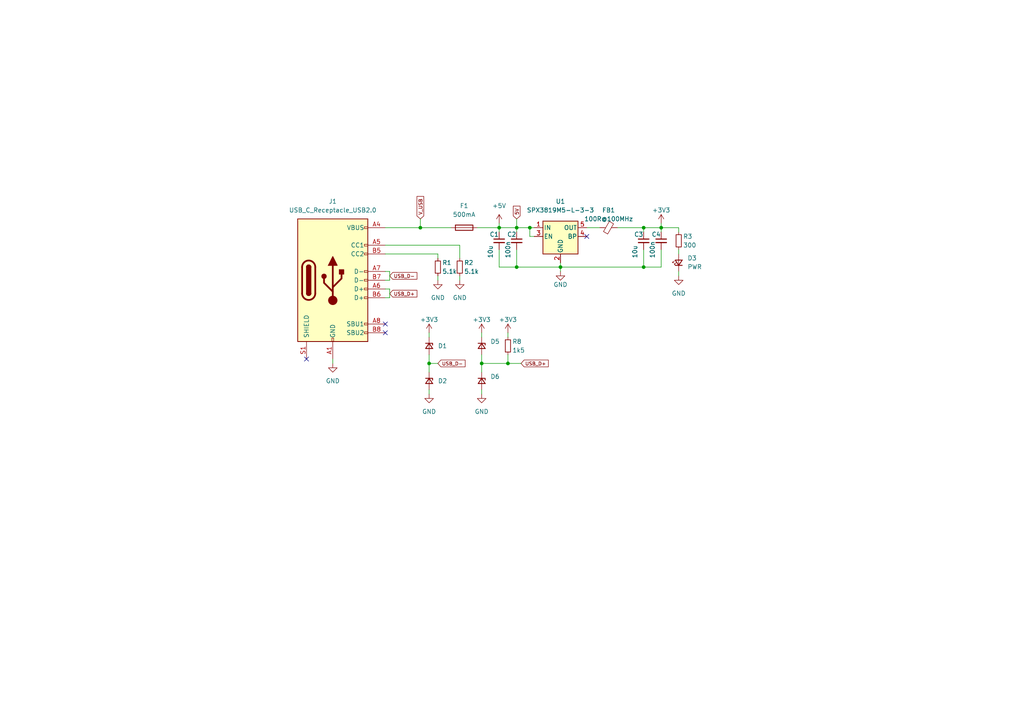
<source format=kicad_sch>
(kicad_sch (version 20211123) (generator eeschema)
  (paper "A4")
  (lib_symbols
    (symbol "Connector:USB_C_Receptacle_USB2.0" (pin_names (offset 1.016))
      (property "Reference" "J" (at -10.16 19.05 0))
      (property "Value" "USB_C_Receptacle_USB2.0" (at 19.05 19.05 0))
      (symbol "USB_C_Receptacle_USB2.0_0_0"
        (rectangle (start -0.254 -17.78) (end 0.254 -16.764))
        (rectangle (start 10.16 -14.986) (end 9.144 -15.494))
        (rectangle (start 10.16 -12.446) (end 9.144 -12.954))
        (rectangle (start 10.16 -4.826) (end 9.144 -5.334))
        (rectangle (start 10.16 -2.286) (end 9.144 -2.794))
        (rectangle (start 10.16 0.254) (end 9.144 -0.254))
        (rectangle (start 10.16 2.794) (end 9.144 2.286))
        (rectangle (start 10.16 7.874) (end 9.144 7.366))
        (rectangle (start 10.16 10.414) (end 9.144 9.906))
        (rectangle (start 10.16 15.494) (end 9.144 14.986))
      )
      (symbol "USB_C_Receptacle_USB2.0_0_1"
        (rectangle (start -10.16 17.78) (end 10.16 -17.78) (stroke (width 0.254)) (fill (type background)))
        (arc (start -8.89 -3.81) (mid -6.985 -5.715) (end -5.08 -3.81) (stroke (width 0.508)))
        (arc (start -7.62 -3.81) (mid -6.985 -4.445) (end -6.35 -3.81) (stroke (width 0.254)))
        (arc (start -7.62 -3.81) (mid -6.985 -4.445) (end -6.35 -3.81) (stroke (width 0.254)) (fill (type outline)))
        (rectangle (start -7.62 -3.81) (end -6.35 3.81) (stroke (width 0.254)) (fill (type outline)))
        (arc (start -6.35 3.81) (mid -6.985 4.445) (end -7.62 3.81) (stroke (width 0.254)))
        (arc (start -6.35 3.81) (mid -6.985 4.445) (end -7.62 3.81) (stroke (width 0.254)) (fill (type outline)))
        (arc (start -5.08 3.81) (mid -6.985 5.715) (end -8.89 3.81) (stroke (width 0.508)))
        (circle (center -2.54 1.143) (radius 0.635) (stroke (width 0.254)) (fill (type outline)))
        (circle (center 0 -5.842) (radius 1.27) (fill (type outline)))
        (polyline (pts (xy -8.89 -3.81) (xy -8.89 3.81)) (stroke (width 0.508)))
        (polyline (pts (xy -5.08 3.81) (xy -5.08 -3.81)) (stroke (width 0.508)))
        (polyline (pts (xy 0 -5.842) (xy 0 4.318)) (stroke (width 0.508)))
        (polyline (pts (xy 0 -3.302) (xy -2.54 -0.762) (xy -2.54 0.508)) (stroke (width 0.508)))
        (polyline (pts (xy 0 -2.032) (xy 2.54 0.508) (xy 2.54 1.778)) (stroke (width 0.508)))
        (polyline (pts (xy -1.27 4.318) (xy 0 6.858) (xy 1.27 4.318) (xy -1.27 4.318)) (stroke (width 0.254)) (fill (type outline)))
        (rectangle (start 1.905 1.778) (end 3.175 3.048) (stroke (width 0.254)) (fill (type outline)))
      )
      (symbol "USB_C_Receptacle_USB2.0_1_1"
        (pin passive line (at 0 -22.86 90) (length 5.08) (name "GND") (number "A1"))
        (pin passive line (at 0 -22.86 90) (length 5.08) hide (name "GND") (number "A12"))
        (pin passive line (at 15.24 15.24 180) (length 5.08) (name "VBUS") (number "A4"))
        (pin bidirectional line (at 15.24 10.16 180) (length 5.08) (name "CC1") (number "A5"))
        (pin bidirectional line (at 15.24 -2.54 180) (length 5.08) (name "D+") (number "A6"))
        (pin bidirectional line (at 15.24 2.54 180) (length 5.08) (name "D-") (number "A7"))
        (pin bidirectional line (at 15.24 -12.7 180) (length 5.08) (name "SBU1") (number "A8"))
        (pin passive line (at 15.24 15.24 180) (length 5.08) hide (name "VBUS") (number "A9"))
        (pin passive line (at 0 -22.86 90) (length 5.08) hide (name "GND") (number "B1"))
        (pin passive line (at 0 -22.86 90) (length 5.08) hide (name "GND") (number "B12"))
        (pin passive line (at 15.24 15.24 180) (length 5.08) hide (name "VBUS") (number "B4"))
        (pin bidirectional line (at 15.24 7.62 180) (length 5.08) (name "CC2") (number "B5"))
        (pin bidirectional line (at 15.24 -5.08 180) (length 5.08) (name "D+") (number "B6"))
        (pin bidirectional line (at 15.24 0 180) (length 5.08) (name "D-") (number "B7"))
        (pin bidirectional line (at 15.24 -15.24 180) (length 5.08) (name "SBU2") (number "B8"))
        (pin passive line (at 15.24 15.24 180) (length 5.08) hide (name "VBUS") (number "B9"))
        (pin passive line (at -7.62 -22.86 90) (length 5.08) (name "SHIELD") (number "S1"))
      )
    )
    (symbol "Device:C_Small" (pin_numbers hide) (pin_names (offset 0.254) hide)
      (property "Reference" "C" (at 0.254 1.778 0))
      (property "Value" "C_Small" (at 0.254 -2.032 0))
      (symbol "C_Small_0_1"
        (polyline (pts (xy -1.524 -0.508) (xy 1.524 -0.508)) (stroke (width 0.3302)))
        (polyline (pts (xy -1.524 0.508) (xy 1.524 0.508)) (stroke (width 0.3048)))
      )
      (symbol "C_Small_1_1"
        (pin passive line (at 0 2.54 270) (length 2.032) (name "~") (number "1"))
        (pin passive line (at 0 -2.54 90) (length 2.032) (name "~") (number "2"))
      )
    )
    (symbol "Device:D_Zener_Small" (pin_numbers hide) (pin_names (offset 0.254) hide)
      (property "Reference" "D" (at 0 2.286 0))
      (property "Value" "D_Zener_Small" (at 0 -2.286 0))
      (symbol "D_Zener_Small_0_1"
        (polyline (pts (xy 0.762 0) (xy -0.762 0)))
        (polyline (pts (xy -0.254 1.016) (xy -0.762 1.016) (xy -0.762 -1.016)) (stroke (width 0.254)))
        (polyline (pts (xy 0.762 1.016) (xy -0.762 0) (xy 0.762 -1.016) (xy 0.762 1.016)) (stroke (width 0.254)))
      )
      (symbol "D_Zener_Small_1_1"
        (pin passive line (at -2.54 0 0) (length 1.778) (name "K") (number "1"))
        (pin passive line (at 2.54 0 180) (length 1.778) (name "A") (number "2"))
      )
    )
    (symbol "Device:FerriteBead_Small" (pin_numbers hide) (pin_names (offset 0))
      (property "Reference" "FB" (at 1.905 1.27 0))
      (property "Value" "FerriteBead_Small" (at 1.905 -1.27 0))
      (symbol "FerriteBead_Small_0_1"
        (polyline (pts (xy 0 -1.27) (xy 0 -0.7874)))
        (polyline (pts (xy 0 0.889) (xy 0 1.2954)))
        (polyline (pts (xy -1.8288 0.2794) (xy -1.1176 1.4986) (xy 1.8288 -0.2032) (xy 1.1176 -1.4224) (xy -1.8288 0.2794)))
      )
      (symbol "FerriteBead_Small_1_1"
        (pin passive line (at 0 2.54 270) (length 1.27) (name "~") (number "1"))
        (pin passive line (at 0 -2.54 90) (length 1.27) (name "~") (number "2"))
      )
    )
    (symbol "Device:Fuse" (pin_numbers hide) (pin_names (offset 0))
      (property "Reference" "F" (at 2.032 0 90))
      (property "Value" "Fuse" (at -1.905 0 90))
      (symbol "Fuse_0_1"
        (rectangle (start -0.762 -2.54) (end 0.762 2.54) (stroke (width 0.254)))
        (polyline (pts (xy 0 2.54) (xy 0 -2.54)))
      )
      (symbol "Fuse_1_1"
        (pin passive line (at 0 3.81 270) (length 1.27) (name "~") (number "1"))
        (pin passive line (at 0 -3.81 90) (length 1.27) (name "~") (number "2"))
      )
    )
    (symbol "Device:LED_Small" (pin_numbers hide) (pin_names (offset 0.254) hide)
      (property "Reference" "D" (at -1.27 3.175 0))
      (property "Value" "LED_Small" (at -4.445 -2.54 0))
      (symbol "LED_Small_0_1"
        (polyline (pts (xy -0.762 -1.016) (xy -0.762 1.016)) (stroke (width 0.254)))
        (polyline (pts (xy 1.016 0) (xy -0.762 0)))
        (polyline (pts (xy 0.762 -1.016) (xy -0.762 0) (xy 0.762 1.016) (xy 0.762 -1.016)) (stroke (width 0.254)))
        (polyline (pts (xy 0 0.762) (xy -0.508 1.27) (xy -0.254 1.27) (xy -0.508 1.27) (xy -0.508 1.016)))
        (polyline (pts (xy 0.508 1.27) (xy 0 1.778) (xy 0.254 1.778) (xy 0 1.778) (xy 0 1.524)))
      )
      (symbol "LED_Small_1_1"
        (pin passive line (at -2.54 0 0) (length 1.778) (name "K") (number "1"))
        (pin passive line (at 2.54 0 180) (length 1.778) (name "A") (number "2"))
      )
    )
    (symbol "Device:R_Small" (pin_numbers hide) (pin_names (offset 0.254) hide)
      (property "Reference" "R" (at 0.762 0.508 0))
      (property "Value" "R_Small" (at 0.762 -1.016 0))
      (symbol "R_Small_0_1"
        (rectangle (start -0.762 1.778) (end 0.762 -1.778) (stroke (width 0.2032)))
      )
      (symbol "R_Small_1_1"
        (pin passive line (at 0 2.54 270) (length 0.762) (name "~") (number "1"))
        (pin passive line (at 0 -2.54 90) (length 0.762) (name "~") (number "2"))
      )
    )
    (symbol "Regulator_Linear:SPX3819M5-L-3-3" (pin_names (offset 0.254))
      (property "Reference" "U" (at -3.81 5.715 0))
      (property "Value" "SPX3819M5-L-3-3" (at 0 5.715 0))
      (symbol "SPX3819M5-L-3-3_0_1"
        (rectangle (start -5.08 4.445) (end 5.08 -5.08) (stroke (width 0.254)) (fill (type background)))
      )
      (symbol "SPX3819M5-L-3-3_1_1"
        (pin power_in line (at -7.62 2.54 0) (length 2.54) (name "IN") (number "1"))
        (pin power_in line (at 0 -7.62 90) (length 2.54) (name "GND") (number "2"))
        (pin input line (at -7.62 0 0) (length 2.54) (name "EN") (number "3"))
        (pin input line (at 7.62 0 180) (length 2.54) (name "BP") (number "4"))
        (pin power_out line (at 7.62 2.54 180) (length 2.54) (name "OUT") (number "5"))
      )
    )
    (symbol "power:+3.3V" (power) (pin_names (offset 0))
      (property "Value" "+3.3V" (at 0 3.556 0))
      (symbol "+3.3V_0_1"
        (polyline (pts (xy -0.762 1.27) (xy 0 2.54)))
        (polyline (pts (xy 0 0) (xy 0 2.54)))
        (polyline (pts (xy 0 2.54) (xy 0.762 1.27)))
      )
      (symbol "+3.3V_1_1"
        (pin power_in line (at 0 0 90) (length 0) hide (name "+3V3") (number "1"))
      )
    )
    (symbol "power:+5V" (power) (pin_names (offset 0))
      (property "Value" "+5V" (at 0 3.556 0))
      (symbol "+5V_0_1"
        (polyline (pts (xy -0.762 1.27) (xy 0 2.54)))
        (polyline (pts (xy 0 0) (xy 0 2.54)))
        (polyline (pts (xy 0 2.54) (xy 0.762 1.27)))
      )
      (symbol "+5V_1_1"
        (pin power_in line (at 0 0 90) (length 0) hide (name "+5V") (number "1"))
      )
    )
    (symbol "power:GND" (power) (pin_names (offset 0))
      (property "Value" "GND" (at 0 -3.81 0))
      (symbol "GND_0_1"
        (polyline (pts (xy 0 0) (xy 0 -1.27) (xy 1.27 -1.27) (xy 0 -2.54) (xy -1.27 -1.27) (xy 0 -1.27)))
      )
      (symbol "GND_1_1"
        (pin power_in line (at 0 0 270) (length 0) hide (name "GND") (number "1"))
      )
    )
  )
  (junction (at 191.77 66.04))
  (junction (at 186.69 77.47))
  (junction (at 121.92 66.04))
  (junction (at 149.86 77.47))
  (junction (at 162.56 77.47))
  (junction (at 139.7 105.41))
  (junction (at 144.78 66.04))
  (junction (at 124.46 105.41))
  (junction (at 153.67 66.04))
  (junction (at 149.86 66.04))
  (junction (at 186.69 66.04))
  (junction (at 147.32 105.41))
  (no_connect (at 170.18 68.58))
  (no_connect (at 111.76 93.98))
  (no_connect (at 88.9 104.14))
  (no_connect (at 111.76 96.52))
  (wire (pts (xy 113.03 78.74) (xy 113.03 81.28)))
  (wire (pts (xy 111.76 81.28) (xy 113.03 81.28)))
  (wire (pts (xy 149.86 72.39) (xy 149.86 77.47)))
  (wire (pts (xy 133.35 71.12) (xy 133.35 74.93)))
  (wire (pts (xy 196.85 66.04) (xy 196.85 67.31)))
  (wire (pts (xy 133.35 80.01) (xy 133.35 81.28)))
  (wire (pts (xy 139.7 102.87) (xy 139.7 105.41)))
  (wire (pts (xy 196.85 78.74) (xy 196.85 80.01)))
  (wire (pts (xy 153.67 68.58) (xy 153.67 66.04)))
  (wire (pts (xy 153.67 66.04) (xy 154.94 66.04)))
  (wire (pts (xy 124.46 113.03) (xy 124.46 114.3)))
  (wire (pts (xy 196.85 72.39) (xy 196.85 73.66)))
  (wire (pts (xy 162.56 77.47) (xy 162.56 78.74)))
  (wire (pts (xy 154.94 68.58) (xy 153.67 68.58)))
  (wire (pts (xy 124.46 102.87) (xy 124.46 105.41)))
  (wire (pts (xy 151.13 105.41) (xy 147.32 105.41)))
  (wire (pts (xy 121.92 63.5) (xy 121.92 66.04)))
  (wire (pts (xy 170.18 66.04) (xy 173.99 66.04)))
  (wire (pts (xy 186.69 67.31) (xy 186.69 66.04)))
  (wire (pts (xy 111.76 66.04) (xy 121.92 66.04)))
  (wire (pts (xy 144.78 64.77) (xy 144.78 66.04)))
  (wire (pts (xy 124.46 105.41) (xy 127 105.41)))
  (wire (pts (xy 113.03 83.82) (xy 113.03 86.36)))
  (wire (pts (xy 111.76 71.12) (xy 133.35 71.12)))
  (wire (pts (xy 149.86 77.47) (xy 144.78 77.47)))
  (wire (pts (xy 149.86 63.5) (xy 149.86 66.04)))
  (wire (pts (xy 96.52 104.14) (xy 96.52 105.41)))
  (wire (pts (xy 149.86 66.04) (xy 149.86 67.31)))
  (wire (pts (xy 111.76 73.66) (xy 127 73.66)))
  (wire (pts (xy 191.77 64.77) (xy 191.77 66.04)))
  (wire (pts (xy 162.56 76.2) (xy 162.56 77.47)))
  (wire (pts (xy 191.77 66.04) (xy 196.85 66.04)))
  (wire (pts (xy 139.7 105.41) (xy 139.7 107.95)))
  (wire (pts (xy 191.77 77.47) (xy 186.69 77.47)))
  (wire (pts (xy 111.76 83.82) (xy 113.03 83.82)))
  (wire (pts (xy 144.78 77.47) (xy 144.78 72.39)))
  (wire (pts (xy 139.7 105.41) (xy 147.32 105.41)))
  (wire (pts (xy 147.32 96.52) (xy 147.32 97.79)))
  (wire (pts (xy 111.76 78.74) (xy 113.03 78.74)))
  (wire (pts (xy 149.86 66.04) (xy 153.67 66.04)))
  (wire (pts (xy 124.46 96.52) (xy 124.46 97.79)))
  (wire (pts (xy 127 73.66) (xy 127 74.93)))
  (wire (pts (xy 139.7 113.03) (xy 139.7 114.3)))
  (wire (pts (xy 179.07 66.04) (xy 186.69 66.04)))
  (wire (pts (xy 191.77 66.04) (xy 186.69 66.04)))
  (wire (pts (xy 144.78 67.31) (xy 144.78 66.04)))
  (wire (pts (xy 127 80.01) (xy 127 81.28)))
  (wire (pts (xy 186.69 72.39) (xy 186.69 77.47)))
  (wire (pts (xy 147.32 102.87) (xy 147.32 105.41)))
  (wire (pts (xy 144.78 66.04) (xy 149.86 66.04)))
  (wire (pts (xy 191.77 72.39) (xy 191.77 77.47)))
  (wire (pts (xy 138.43 66.04) (xy 144.78 66.04)))
  (wire (pts (xy 162.56 77.47) (xy 186.69 77.47)))
  (wire (pts (xy 111.76 86.36) (xy 113.03 86.36)))
  (wire (pts (xy 149.86 77.47) (xy 162.56 77.47)))
  (wire (pts (xy 121.92 66.04) (xy 130.81 66.04)))
  (wire (pts (xy 124.46 105.41) (xy 124.46 107.95)))
  (wire (pts (xy 191.77 67.31) (xy 191.77 66.04)))
  (wire (pts (xy 139.7 96.52) (xy 139.7 97.79)))
  (global_label "USB_D+" (shape input) (at 151.13 105.41 0) (effects (font (size 1 1))) (property "Intersheet References" "${INTERSHEET_REFS}" (effects hide)))
  (global_label "5V" (shape input) (at 149.86 63.5 90) (effects (font (size 1 1))) (property "Intersheet References" "${INTERSHEET_REFS}" (effects hide)))
  (global_label "USB_D+" (shape input) (at 113.03 85.1695 0) (effects (font (size 1 1))) (property "Intersheet References" "${INTERSHEET_REFS}" (effects hide)))
  (global_label "V_USB" (shape input) (at 121.92 63.5 90) (effects (font (size 1 1))) (property "Intersheet References" "${INTERSHEET_REFS}" (effects hide)))
  (global_label "USB_D-" (shape input) (at 113.03 80.01 0) (effects (font (size 1 1))) (property "Intersheet References" "${INTERSHEET_REFS}" (effects hide)))
  (global_label "USB_D-" (shape input) (at 127 105.41 0) (effects (font (size 1 1))) (property "Intersheet References" "${INTERSHEET_REFS}" (effects hide)))
  (symbol (lib_id "Device:C_Small") (at 149.86 69.85 0) (unit 1)
    (property "Reference" "C2" (at 147.072 67.9918 0) (effects (justify left)))
    (property "Value" "100n" (at 147.32 74.93 90) (effects (justify left)))
    (property "Footprint" "Capacitor_SMD:C_0603_1608Metric_Pad1.08x0.95mm_HandSolder" (effects hide))
  )
  (symbol (lib_id "power:GND") (at 96.52 105.41 0) (unit 1)
    (property "Reference" "#PWR0101" (effects hide))
    (property "Value" "GND" (at 96.52 110.49 0))
  )
  (symbol (lib_id "power:GND") (at 127 81.28 0) (unit 1)
    (property "Reference" "#PWR0102" (effects hide))
    (property "Value" "GND" (at 127 86.36 0))
  )
  (symbol (lib_id "Device:C_Small") (at 191.77 69.85 0) (unit 1)
    (property "Reference" "C4" (at 188.982 67.9918 0) (effects (justify left)))
    (property "Value" "100n" (at 189.23 74.93 90) (effects (justify left)))
    (property "Footprint" "Capacitor_SMD:C_0603_1608Metric_Pad1.08x0.95mm_HandSolder" (effects hide))
  )
  (symbol (lib_id "power:GND") (at 133.35 81.28 0) (unit 1)
    (property "Reference" "#PWR0103" (effects hide))
    (property "Value" "GND" (at 133.35 86.36 0))
  )
  (symbol (lib_id "power:GND") (at 139.7 114.3 0) (unit 1)
    (property "Reference" "#PWR0121" (effects hide))
    (property "Value" "GND" (at 139.7 119.38 0))
  )
  (symbol (lib_id "Device:R_Small") (at 147.32 100.33 0) (unit 1)
    (property "Reference" "R8" (at 148.59 99.06 0) (effects (justify left)))
    (property "Value" "1k5" (at 148.59 101.6 0) (effects (justify left)))
    (property "Footprint" "Resistor_SMD:R_0603_1608Metric_Pad0.98x0.95mm_HandSolder" (effects hide))
  )
  (symbol (lib_id "Device:C_Small") (at 144.78 69.85 0) (unit 1)
    (property "Reference" "C1" (at 141.992 67.9918 0) (effects (justify left)))
    (property "Value" "10u" (at 142.24 74.93 90) (effects (justify left)))
    (property "Footprint" "Capacitor_SMD:C_0603_1608Metric_Pad1.08x0.95mm_HandSolder" (effects hide))
  )
  (symbol (lib_id "Device:R_Small") (at 127 77.47 0) (unit 1)
    (property "Reference" "R1" (at 128.27 76.2 0) (effects (justify left)))
    (property "Value" "5.1k" (at 128.27 78.74 0) (effects (justify left)))
    (property "Footprint" "Resistor_SMD:R_0603_1608Metric_Pad0.98x0.95mm_HandSolder" (effects hide))
  )
  (symbol (lib_id "power:+3.3V") (at 139.7 96.52 0) (unit 1)
    (property "Reference" "#PWR0120" (effects hide))
    (property "Value" "+3.3V" (at 139.7 92.71 0))
  )
  (symbol (lib_id "Device:D_Zener_Small") (at 124.46 110.49 270) (unit 1)
    (property "Reference" "D2" (at 127 110.4899 90) (effects (justify left)))
    (property "Value" "D_Zener_Small" (effects hide))
    (property "Footprint" "Diode_SMD:D_SOD-323_HandSoldering" (effects hide))
  )
  (symbol (lib_id "power:+3.3V") (at 191.77 64.77 0) (unit 1)
    (property "Reference" "#PWR0117" (effects hide))
    (property "Value" "+3.3V" (at 191.77 60.96 0))
  )
  (symbol (lib_id "Device:Fuse") (at 134.62 66.04 90) (unit 1)
    (property "Reference" "F1" (at 134.62 59.69 90))
    (property "Value" "500mA" (at 134.62 62.23 90))
    (property "Footprint" "Fuse:Fuse_0603_1608Metric_Pad1.05x0.95mm_HandSolder" (effects hide))
  )
  (symbol (lib_id "Device:LED_Small") (at 196.85 76.2 90) (unit 1)
    (property "Reference" "D3" (at 199.39 74.8664 90) (effects (justify right)))
    (property "Value" "PWR" (at 199.39 77.4064 90) (effects (justify right)))
    (property "Footprint" "LED_SMD:LED_0603_1608Metric_Pad1.05x0.95mm_HandSolder" (effects hide))
  )
  (symbol (lib_id "power:GND") (at 162.56 78.74 0) (unit 1)
    (property "Reference" "#PWR0116" (effects hide))
    (property "Value" "GND" (at 162.56 82.55 0))
  )
  (symbol (lib_id "Device:D_Zener_Small") (at 139.7 100.33 270) (unit 1)
    (property "Reference" "D5" (at 142.24 99.0599 90) (effects (justify left)))
    (property "Value" "D_Zener_Small" (effects hide))
    (property "Footprint" "Diode_SMD:D_SOD-323_HandSoldering" (effects hide))
  )
  (symbol (lib_id "Device:D_Zener_Small") (at 124.46 100.33 270) (unit 1)
    (property "Reference" "D1" (at 127 100.3299 90) (effects (justify left)))
    (property "Value" "D_Zener_Small" (effects hide))
    (property "Footprint" "Diode_SMD:D_SOD-323_HandSoldering" (effects hide))
  )
  (symbol (lib_id "power:GND") (at 196.85 80.01 0) (unit 1)
    (property "Reference" "#PWR0128" (effects hide))
    (property "Value" "GND" (at 196.85 85.09 0))
  )
  (symbol (lib_id "power:+3.3V") (at 147.32 96.52 0) (unit 1)
    (property "Reference" "#PWR0129" (effects hide))
    (property "Value" "+3.3V" (at 147.32 92.71 0))
  )
  (symbol (lib_id "Device:R_Small") (at 196.85 69.85 0) (unit 1)
    (property "Reference" "R3" (at 198.12 68.58 0) (effects (justify left)))
    (property "Value" "300" (at 198.12 71.12 0) (effects (justify left)))
    (property "Footprint" "Resistor_SMD:R_0603_1608Metric_Pad0.98x0.95mm_HandSolder" (effects hide))
  )
  (symbol (lib_id "power:GND") (at 124.46 114.3 0) (unit 1)
    (property "Reference" "#PWR0126" (effects hide))
    (property "Value" "GND" (at 124.46 119.38 0))
  )
  (symbol (lib_id "Device:R_Small") (at 133.35 77.47 0) (unit 1)
    (property "Reference" "R2" (at 134.62 76.2 0) (effects (justify left)))
    (property "Value" "5.1k" (at 134.62 78.74 0) (effects (justify left)))
    (property "Footprint" "Resistor_SMD:R_0603_1608Metric_Pad0.98x0.95mm_HandSolder" (effects hide))
  )
  (symbol (lib_id "Regulator_Linear:SPX3819M5-L-3-3") (at 162.56 68.58 0) (unit 1)
    (property "Reference" "U1" (at 162.56 58.42 0))
    (property "Value" "SPX3819M5-L-3-3" (at 162.56 60.96 0))
    (property "Footprint" "Package_TO_SOT_SMD:SOT-23-5" (effects hide))
    (property "Datasheet" "https://www.exar.com/content/document.ashx?id=22106&languageid=1033&type=Datasheet&partnumber=SPX3819&filename=SPX3819.pdf&part=SPX3819" (effects hide))
  )
  (symbol (lib_id "Connector:USB_C_Receptacle_USB2.0") (at 96.52 81.28 0) (unit 1)
    (property "Reference" "J1" (at 96.52 58.42 0))
    (property "Value" "USB_C_Receptacle_USB2.0" (at 96.52 60.96 0))
    (property "Footprint" "Connector_USB:USB_C_Receptacle_HRO_TYPE-C-31-M-12" (effects hide))
    (property "Datasheet" "https://www.usb.org/sites/default/files/documents/usb_type-c.zip" (effects hide))
  )
  (symbol (lib_id "Device:FerriteBead_Small") (at 176.53 66.04 90) (unit 1)
    (property "Reference" "FB1" (at 176.53 60.96 90))
    (property "Value" "100R@100MHz" (at 176.53 63.5 90))
    (property "Footprint" "Inductor_SMD:L_0603_1608Metric_Pad1.05x0.95mm_HandSolder" (effects hide))
  )
  (symbol (lib_id "Device:C_Small") (at 186.69 69.85 0) (unit 1)
    (property "Reference" "C3" (at 183.902 67.9918 0) (effects (justify left)))
    (property "Value" "10u" (at 184.15 74.93 90) (effects (justify left)))
    (property "Footprint" "Capacitor_SMD:C_0603_1608Metric_Pad1.08x0.95mm_HandSolder" (effects hide))
  )
  (symbol (lib_id "power:+3.3V") (at 124.46 96.52 0) (unit 1)
    (property "Reference" "#PWR0123" (effects hide))
    (property "Value" "+3.3V" (at 124.46 92.71 0))
  )
  (symbol (lib_id "power:+5V") (at 144.78 64.77 0) (unit 1)
    (property "Reference" "#PWR0115" (effects hide))
    (property "Value" "+5V" (at 144.78 59.69 0))
  )
  (symbol (lib_id "Device:D_Zener_Small") (at 139.7 110.49 270) (unit 1)
    (property "Reference" "D6" (at 142.24 109.2199 90) (effects (justify left)))
    (property "Value" "D_Zener_Small" (effects hide))
    (property "Footprint" "Diode_SMD:D_SOD-323_HandSoldering" (effects hide))
  )
  (sheet (at 25.4 215.9) (size 12.7 12.7) (stroke (width 0.1524))
    (property "Sheet name" "Microcontroller" (at 25.4 215.1884 0) (effects (justify left bottom)))
    (property "Sheet file" "Microcontroller.kicad_sch" (at 25.4 229.1846 0) (effects (justify left top)))
  )
  (sheet (at 0 241.3) (size 12.7 12.7) (stroke (width 0.1524))
    (property "Sheet name" "NRF24L01" (at 0 240.5884 0) (effects (justify left bottom)))
    (property "Sheet file" "NRF24L01.kicad_sch" (at 0 254.5846 0) (effects (justify left top)))
  )
  (sheet (at 0 215.9) (size 12.7 12.7) (stroke (width 0.1524))
    (property "Sheet name" "Power" (at 0 215.1884 0) (effects (justify left bottom)))
    (property "Sheet file" "Power.kicad_sch" (at 0 229.1846 0) (effects (justify left top)))
  )
)
</source>
